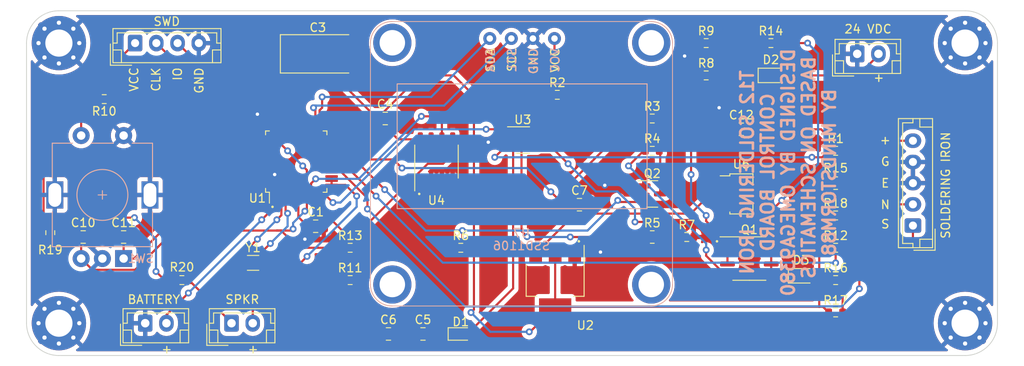
<source format=kicad_pcb>
(kicad_pcb (version 20211014) (generator pcbnew)
  (layers (0 "F.Cu" signal) (31 "B.Cu" signal) (34 "B.Paste" user) (35 "F.Paste" user) (36 "B.SilkS" user "B.Silkscreen") (37 "F.SilkS" user "F.Silkscreen") (38 "B.Mask" user) (39 "F.Mask" user) (44 "Edge.Cuts" user))
  (net 0 "")
  (net 1 "+3V3")
  (net 2 "Net-(BZ1-Pad2)")
  (net 3 "Net-(C1-Pad1)")
  (net 4 "GND")
  (net 5 "VIN_MON")
  (net 6 "ENCODER_B")
  (net 7 "ENCODER_A")
  (net 8 "+24V")
  (net 9 "Net-(C12-Pad2)")
  (net 10 "Net-(D1-Pad2)")
  (net 11 "Net-(D2-Pad1)")
  (net 12 "Net-(J2-Pad1)")
  (net 13 "Net-(J2-Pad2)")
  (net 14 "Net-(J4-Pad2)")
  (net 15 "SW_CLK")
  (net 16 "SWDIO")
  (net 17 "Net-(Q1-Pad4)")
  (net 18 "HEATER_ON")
  (net 19 "Net-(Q2-Pad3)")
  (net 20 "Net-(R2-Pad2)")
  (net 21 "TIP_TEMP")
  (net 22 "Net-(R5-Pad2)")
  (net 23 "ENCODER_SW")
  (net 24 "EE_SDA")
  (net 25 "NTC")
  (net 26 "Net-(R14-Pad2)")
  (net 27 "SHAKE")
  (net 29 "Net-(U1-Pad3)")
  (net 30 "Net-(U1-Pad4)")
  (net 33 "EE_SCL")
  (net 37 "OLED_SDA")
  (net 38 "OLED_SCL")
  (net 51 "Net-(U2-Pad3)")
  (footprint "Package_TO_SOT_SMD:SOT-23-5" (layer "F.Cu") (at 147.32 92.71)
    (fp_text reference "U3")
    (fp_text value "SGM8551")
  )
  (footprint "LED_SMD:LED_0603_1608Metric" (layer "F.Cu") (at 140.02 115.57)
    (fp_text reference "D1")
    (fp_text value "GRN")
  )
  (footprint "MountingHole:MountingHole_3.2mm_M3_Pad_Via" (layer "F.Cu") (at 199.39 114.3)
    (fp_text reference "H1")
    (fp_text value "MountingHole_Pad")
  )
  (footprint "Capacitor_SMD:C_0805_2012Metric" (layer "F.Cu") (at 173.04 91.44)
    (fp_text reference "C12")
    (fp_text value "0.1")
  )
  (footprint "Connector_JST:JST_EH_B5B-EH-A_1x05_P2.50mm_Vertical" (layer "F.Cu") (at 193.248 102.79 90)
    (fp_text reference "J2")
    (fp_text value "IRON_IN")
  )
  (footprint "Resistor_SMD:R_0603_1608Metric" (layer "F.Cu") (at 127 105.41)
    (fp_text reference "R13")
    (fp_text value "4.7K")
  )
  (footprint "Resistor_SMD:R_0805_2012Metric" (layer "F.Cu") (at 184.15 97.79 180)
    (fp_text reference "R15")
    (fp_text value "910K")
  )
  (footprint "Connector_JST:JST_EH_B2B-EH-A_1x02_P2.50mm_Vertical" (layer "F.Cu") (at 102.87 114.3)
    (fp_text reference "J4")
    (fp_text value "BATT")
  )
  (footprint "Resistor_SMD:R_0603_1608Metric" (layer "F.Cu") (at 184.15 113.03)
    (fp_text reference "R17")
    (fp_text value "4.7K")
  )
  (footprint "Connector_JST:JST_EH_B4B-EH-A_1x04_P2.50mm_Vertical" (layer "F.Cu") (at 101.68 81.28)
    (fp_text reference "JE")
    (fp_text value "SWD")
  )
  (footprint "Resistor_SMD:R_0603_1608Metric" (layer "F.Cu") (at 162.56 90.17)
    (fp_text reference "R3")
    (fp_text value "4.7K")
  )
  (footprint "Resistor_SMD:R_0603_1608Metric" (layer "F.Cu") (at 168.91 81.28)
    (fp_text reference "R9")
    (fp_text value "1K")
  )
  (footprint "Resistor_SMD:R_0603_1608Metric" (layer "F.Cu") (at 162.56 93.98)
    (fp_text reference "R4")
    (fp_text value "4.7K")
  )
  (footprint "Package_TO_SOT_SMD:SOT-23" (layer "F.Cu") (at 162.56 99.06)
    (fp_text reference "Q2")
    (fp_text value "S8050")
  )
  (footprint "Resistor_SMD:R_0603_1608Metric" (layer "F.Cu") (at 127 109.22)
    (fp_text reference "R11")
    (fp_text value "4.7K")
  )
  (footprint "Capacitor_SMD:C_0805_2012Metric" (layer "F.Cu") (at 131.13 90.17)
    (fp_text reference "C4")
    (fp_text value "0.1")
  )
  (footprint "Package_TO_SOT_SMD:SOT-89-3" (layer "F.Cu") (at 172.755 99.06)
    (fp_text reference "U6")
    (fp_text value "L78L08_SOT89")
  )
  (footprint "Resistor_SMD:R_0603_1608Metric" (layer "F.Cu") (at 140.02 105.41)
    (fp_text reference "R6")
    (fp_text value "4.7K")
  )
  (footprint "Crystal:Crystal_SMD_3215-2Pin_3.2x1.5mm" (layer "F.Cu") (at 115.57 107.188 180)
    (fp_text reference "Y1")
    (fp_text value "32.768MHz")
  )
  (footprint "Resistor_SMD:R_0603_1608Metric" (layer "F.Cu") (at 168.91 85.09)
    (fp_text reference "R8")
    (fp_text value "10K")
  )
  (footprint "Capacitor_SMD:C_0805_2012Metric" (layer "F.Cu") (at 100.33 104.14)
    (fp_text reference "C11")
    (fp_text value "0.001")
  )
  (footprint "Connector_JST:JST_EH_B2B-EH-A_1x02_P2.50mm_Vertical" (layer "F.Cu") (at 186.69 82.55)
    (fp_text reference "J1")
    (fp_text value "24 VDC")
  )
  (footprint "Package_SO:SOP-8_3.9x4.9mm_P1.27mm" (layer "F.Cu") (at 137.16 95.25 90)
    (fp_text reference "U4")
    (fp_text value "24LC08")
  )
  (footprint "Capacitor_SMD:C_0805_2012Metric" (layer "F.Cu") (at 135.57 115.57)
    (fp_text reference "C5")
    (fp_text value "0.1")
  )
  (footprint "Resistor_SMD:R_0603_1608Metric" (layer "F.Cu") (at 91.694 103.632 -90)
    (fp_text reference "R19")
    (fp_text value "4.7K")
  )
  (footprint "Resistor_SMD:R_0603_1608Metric" (layer "F.Cu") (at 151.384 87.376)
    (fp_text reference "R2")
    (fp_text value "6R8")
  )
  (footprint "Diode_SMD:D_SOD-323" (layer "F.Cu") (at 180.086 108.712)
    (fp_text reference "D3")
    (fp_text value "1N5819")
  )
  (footprint "Capacitor_SMD:C_0805_2012Metric" (layer "F.Cu") (at 153.99 100.33)
    (fp_text reference "C7")
    (fp_text value "0.1")
  )
  (footprint "Capacitor_SMD:C_0805_2012Metric" (layer "F.Cu") (at 122.936 102.87)
    (fp_text reference "C1")
    (fp_text value "0.1")
  )
  (footprint "Resistor_SMD:R_0603_1608Metric" (layer "F.Cu") (at 184.15 105.41)
    (fp_text reference "R12")
    (fp_text value "4.7K")
  )
  (footprint "Resistor_SMD:R_0603_1608Metric" (layer "F.Cu") (at 184.15 109.22)
    (fp_text reference "R16")
    (fp_text value "4.7K")
  )
  (footprint "Capacitor_Tantalum_SMD:CP_EIA-7343-31_Kemet-D" (layer "F.Cu") (at 123.19 82.55)
    (fp_text reference "C3")
    (fp_text value "100 16V")
  )
  (footprint "Package_TO_SOT_SMD:SOT-223-3_TabPin2" (layer "F.Cu") (at 151.13 109.22 -90)
    (fp_text reference "U2")
    (fp_text value "AMS1117-3.3")
  )
  (footprint "Resistor_SMD:R_0805_2012Metric" (layer "F.Cu") (at 162.56 104.14)
    (fp_text reference "R5")
    (fp_text value "249K")
  )
  (footprint "MountingHole:MountingHole_3.2mm_M3_Pad_Via" (layer "F.Cu") (at 92.71 81.28 180)
    (fp_text reference "H3")
    (fp_text value "MountingHole_Pad")
  )
  (footprint "MountingHole:MountingHole_3.2mm_M3_Pad_Via" (layer "F.Cu") (at 199.39 81.28 180)
    (fp_text reference "H4")
    (fp_text value "MountingHole_Pad")
  )
  (footprint "Package_SO:SO-8_3.9x4.9mm_P1.27mm" (layer "F.Cu") (at 173.99 106.68)
    (fp_text reference "Q1")
    (fp_text value "IRF7416")
  )
  (footprint "Resistor_SMD:R_0603_1608Metric" (layer "F.Cu") (at 107.188 109.22 180)
    (fp_text reference "R20")
    (fp_text value "4.7K")
  )
  (footprint "Resistor_SMD:R_0603_1608Metric" (layer "F.Cu") (at 176.53 81.28)
    (fp_text reference "R14")
    (fp_text value "6R8")
  )
  (footprint "Resistor_SMD:R_0603_1608Metric" (layer "F.Cu") (at 98.044 87.884 180)
    (fp_text reference "R10")
    (fp_text value "4.7K")
  )
  (footprint "MountingHole:MountingHole_3.2mm_M3_Pad_Via" (layer "F.Cu") (at 92.71 114.3)
    (fp_text reference "H2")
    (fp_text value "MountingHole_Pad")
  )
  (footprint "Diode_SMD:D_SOD-323" (layer "F.Cu") (at 176.53 85.09)
    (fp_text reference "D2")
    (fp_text value "1N4148WS")
  )
  (footprint "Connector_JST:JST_EH_B2B-EH-A_1x02_P2.50mm_Vertical" (layer "F.Cu") (at 113.03 114.3)
    (fp_text reference "BZ1")
    (fp_text value "Buzzer")
  )
  (footprint "Package_QFP:LQFP-48_7x7mm_P0.5mm" (layer "F.Cu") (at 120.65 95.25 90)
    (fp_text reference "U1")
    (fp_text value "STM32F103C8Tx")
  )
  (footprint "Resistor_SMD:R_0603_1608Metric" (layer "F.Cu") (at 166.624 104.14)
    (fp_text reference "R7")
    (fp_text value "1K")
  )
  (footprint "Capacitor_SMD:C_0805_2012Metric" (layer "F.Cu") (at 95.57 104.14)
    (fp_text reference "C10")
    (fp_text value "0.001")
  )
  (footprint "Resistor_SMD:R_0603_1608Metric" (layer "F.Cu") (at 184.15 93.98)
    (fp_text reference "R1")
    (fp_text value "4.7K")
  )
  (footprint "Capacitor_SMD:C_0805_2012Metric" (layer "F.Cu") (at 131.506 115.57)
    (fp_text reference "C6")
    (fp_text value "0.1")
  )
  (footprint "Resistor_SMD:R_0603_1608Metric" (layer "F.Cu") (at 184.15 101.6)
    (fp_text reference "R18")
    (fp_text value "4.7K")
  )
  (footprint "Rotary_Encoder:RotaryEncoder_Alps_EC11E-Switch_Vertical_H20mm" (layer "B.Cu") (at 100.33 106.68 90)
    (fp_text reference "SW1")
    (fp_text value "ENCODER")
  )
  (footprint "KSGER Controller Parts Library:SSD1106" (layer "B.Cu") (at 164.9415 78.74 180)
    (fp_text reference "U7")
    (fp_text value "SSD1106")
  )
  (gr_circle (center 153.924 104.648) (end 153.924 104.648) (layer "F.SilkS") (width 0.15) (fill none))
  (gr_circle (center 135.128 99.06) (end 135.128 99.06) (layer "F.SilkS") (width 0.15) (fill none))
  (gr_circle (center 117.856 100.584) (end 117.856 100.584) (layer "F.SilkS") (width 0.15) (fill none))
  (gr_circle (center 170.18 104.648) (end 170.18 104.648) (layer "F.SilkS") (width 0.15) (fill none))
  (gr_arc (start 203.2 114.3) (mid 202.084077 116.994077) (end 199.39 118.11) (layer "Edge.Cuts") (width 0.1))
  (gr_arc (start 92.71 118.11) (mid 90.015923 116.994077) (end 88.9 114.3) (layer "Edge.Cuts") (width 0.1))
  (gr_line (start 92.71 77.47) (end 199.39 77.47) (layer "Edge.Cuts") (width 0.1))
  (gr_line (start 199.39 118.11) (end 92.71 118.11) (layer "Edge.Cuts") (width 0.1))
  (gr_line (start 88.9 114.3) (end 88.9 81.28) (layer "Edge.Cuts") (width 0.1))
  (gr_line (start 203.2 81.28) (end 203.2 114.3) (layer "Edge.Cuts") (width 0.1))
  (gr_arc (start 199.39 77.47) (mid 202.084077 78.585923) (end 203.2 81.28) (layer "Edge.Cuts") (width 0.1))
  (gr_arc (start 88.9 81.28) (mid 90.015923 78.585923) (end 92.71 77.47) (layer "Edge.Cuts") (width 0.1))
  (gr_text "SDA" (at 143.51 81.788 90) (layer "B.SilkS") (effects (font (size 1 1)) (justify left mirror)))
  (gr_text "VCC" (at 151.13 81.788 90) (layer "B.SilkS") (effects (font (size 1 1)) (justify left mirror)))
  (gr_text "SCL" (at 146.05 81.788 90) (layer "B.SilkS") (effects (font (size 1 1)) (justify left mirror)))
  (gr_text "T12 SOLDERING IRON\nCONTROL BOARD\nDESIGNED BY OMEGA9380\nBASED ON SCHEMATICS \nBY MINDSTORM88" (at 178.562 96.52 90) (layer "B.SilkS") (effects (font (size 1.5 1.5) (thickness 0.3)) (justify mirror)))
  (gr_text "GND" (at 148.59 81.788 90) (layer "B.SilkS") (effects (font (size 1 1)) (justify left mirror)))
  (gr_text "+" (at 115.57 117.348) (layer "F.SilkS") (effects (font (size 1 1))))
  (gr_text "24 VDC" (at 187.96 79.629) (layer "F.SilkS") (effects (font (size 1 1))))
  (gr_text "SPKR" (at 114.3 111.506) (layer "F.SilkS") (effects (font (size 1 1))))
  (gr_text "GND" (at 109.22 84.074 90) (layer "F.SilkS") (effects (font (size 1 1)) (justify right)))
  (gr_text "+" (at 189.23 85.344) (layer "F.SilkS") (effects (font (size 1 1))))
  (gr_text "+" (at 105.41 117.348) (layer "F.SilkS") (effects (font (size 1 1))))
  (gr_text "VCC" (at 101.551511 84.046573 90) (layer "F.SilkS") (effects (font (size 1 1)) (justify right)))
  (gr_text "IO" (at 106.68 84.074 90) (layer "F.SilkS") (effects (font (size 1 1)) (justify right)))
  (gr_text "SDA" (at 143.51 81.788 90) (layer "F.SilkS") (effects (font (size 1 1)) (justify right)))
  (gr_text "SWD" (at 105.41 78.74) (layer "F.SilkS") (effects (font (size 1 1))))
  (gr_text "GND" (at 148.59 81.788 90) (layer "F.SilkS") (effects (font (size 1 1)) (justify right)))
  (gr_text "E" (at 189.992 97.79) (layer "F.SilkS") (effects (font (size 1 1))))
  (gr_text "SCL" (at 146.05 81.788 90) (layer "F.SilkS") (effects (font (size 1 1)) (justify right)))
  (gr_text "N" (at 189.992 100.33) (layer "F.SilkS") (effects (font (size 1 1))))
  (gr_text "CLK" (at 104.14 84.074 90) (layer "F.SilkS") (effects (font (size 1 1)) (justify right)))
  (gr_text "G" (at 189.992 95.25) (layer "F.SilkS") (effects (font (size 1 1))))
  (gr_text "VCC" (at 151.13 81.788 90) (layer "F.SilkS") (effects (font (size 1 1)) (justify right)))
  (gr_text "SOLDERING IRON" (at 197.104 98.044 90) (layer "F.SilkS") (effects (font (size 1 1))))
  (gr_text "BATTERY" (at 103.886 111.506) (layer "F.SilkS") (effects (font (size 1 1))))
  (gr_text "+" (at 189.992 92.71) (layer "F.SilkS") (effects (font (size 1 1))))
  (gr_text "S" (at 189.992 102.616) (layer "F.SilkS") (effects (font (size 1 1))))
  (segment (start 114.3 103.378) (end 112.268 101.346) (width 0.25) (layer "F.Cu") (net 1))
  (segment (start 96.583 87.059) (end 98.869 87.059) (width 0.25) (layer "F.Cu") (net 1))
  (segment (start 98.869 87.059) (end 98.869 84.091) (width 0.25) (layer "F.Cu") (net 1))
  (segment (start 90.905489 92.736511) (end 96.583 87.059) (width 0.25) (layer "F.Cu") (net 1))
  (segment (start 120.282013 103.194006) (end 120.098019 103.378) (width 0.25) (layer "F.Cu") (net 1))
  (segment (start 90.89448 103.60652) (end 90.89448 104.874263) (width 0.25) (layer "F.Cu") (net 1))
  (segment (start 121.9 96.246) (end 121.412 95.758) (width 0.25) (layer "F.Cu") (net 1))
  (segment (start 182.22 112.37) (end 182.665 112.37) (width 0.25) (layer "F.Cu") (net 1))
  (segment (start 106.997 110.236) (end 108.013 109.22) (width 0.25) (layer "F.Cu") (net 1))
  (segment (start 182.665 112.37) (end 183.325 113.03) (width 0.25) (layer "F.Cu") (net 1))
  (segment (start 135.26 85.09) (end 130.18 90.17) (width 0.25) (layer "F.Cu") (net 1))
  (segment (start 120.904 105.41) (end 118.872 103.378) (width 0.25) (layer "F.Cu") (net 1))
  (segment (start 120.098019 103.378) (end 118.364 103.378) (width 0.25) (layer "F.Cu") (net 1))
  (segment (start 142.3615 88.2705) (end 140.97 89.662) (width 0.25) (layer "F.Cu") (net 1))
  (segment (start 135.26 85.09) (end 139.181 85.09) (width 0.25) (layer "F.Cu") (net 1))
  (segment (start 112.268 101.346) (end 108.013 105.601) (width 0.25) (layer "F.Cu") (net 1))
  (segment (start 151.13 112.37) (end 151.13 106.07) (width 0.25) (layer "F.Cu") (net 1))
  (segment (start 148.4575 88.2705) (end 149.352 87.376) (width 0.25) (layer "F.Cu") (net 1))
  (segment (start 130.18 90.17) (end 127.85 92.5) (width 0.25) (layer "F.Cu") (net 1))
  (segment (start 117.9 91.890006) (end 118.509994 92.5) (width 0.25) (layer "F.Cu") (net 1))
  (segment (start 185.0625 97.79) (end 185.0625 99.8625) (width 0.25) (layer "F.Cu") (net 1))
  (segment (start 126.175 111.189) (end 130.556 115.57) (width 0.25) (layer "F.Cu") (net 1))
  (segment (start 141.56952 112.693491) (end 141.224 113.039011) (width 0.25) (layer "F.Cu") (net 1))
  (segment (start 135.255 92.625) (end 132.635 92.625) (width 0.25) (layer "F.Cu") (net 1))
  (segment (start 127.85 92.5) (end 124.8125 92.5) (width 0.25) (layer "F.Cu") (net 1))
  (segment (start 132.635 92.625) (end 130.18 90.17) (width 0.25) (layer "F.Cu") (net 1))
  (segment (start 113.03 114.3) (end 113.03 114.237) (width 0.25) (layer "F.Cu") (net 1))
  (segment (start 185.0625 99.8625) (end 183.325 101.6) (width 0.25) (layer "F.Cu") (net 1))
  (segment (start 185.0625 97.79) (end 184.975 97.7025) (width 0.25) (layer "F.Cu") (net 1))
  (segment (start 91.694 102.807) (end 90.89448 103.60652) (width 0.25) (layer "F.Cu") (net 1))
  (segment (start 141.56952 90.26152) (end 141.56952 112.693491) (width 0.25) (layer "F.Cu") (net 1))
  (segment (start 90.89448 104.874263) (end 96.256217 110.236) (width 0.25) (layer "F.Cu") (net 1))
  (segment (start 151.13 112.37) (end 182.22 112.37) (width 0.25) (layer "F.Cu") (net 1))
  (segment (start 116.4875 98) (end 115.614 98) (width 0.25) (layer "F.Cu") (net 1))
  (segment (start 91.694 102.807) (end 90.905489 102.018489) (width 0.25) (layer "F.Cu") (net 1))
  (segment (start 148.4575 88.2705) (end 142.3615 88.2705) (width 0.25) (layer "F.Cu") (net 1))
  (segment (start 119.634 93.98) (end 118.509994 92.855994) (width 0.25) (layer "F.Cu") (net 1))
  (segment (start 90.905489 102.018489) (end 90.905489 92.736511) (width 0.25) (layer "F.Cu") (net 1))
  (segment (start 148.4575 91.76) (end 148.4575 88.2705) (width 0.25) (layer "F.Cu") (net 1))
  (segment (start 118.364 103.378) (end 114.3 103.378) (width 0.25) (layer "F.Cu") (net 1))
  (segment (start 96.256217 110.236) (end 106.997 110.236) (width 0.25) (layer "F.Cu") (net 1))
  (segment (start 118.509994 92.855994) (end 118.509994 92.5) (width 0.25) (layer "F.Cu") (net 1))
  (segment (start 117.9 91.0875) (end 117.9 91.890006) (width 0.25) (layer "F.Cu") (net 1))
  (segment (start 118.872 103.378) (end 118.364 103.378) (width 0.25) (layer "F.Cu") (net 1))
  (segment (start 183.2375 101.5125) (end 183.325 101.6) (width 0.25) (layer "F.Cu") (net 1))
  (segment (start 108.013 105.601) (end 108.013 109.22) (width 0.25) (layer "F.Cu") (net 1))
  (segment (start 98.869 87.884) (end 98.869 87.059) (width 0.25) (layer "F.Cu") (net 1))
  (segment (start 126.175 109.22) (end 126.175 105.41) (width 0.25) (layer "F.Cu") (net 1))
  (segment (start 148.184 115.316) (end 151.13 112.37) (width 0.25) (layer "F.Cu") (net 1))
  (segment (start 149.352 87.376) (end 150.559 87.376) (width 0.25) (layer "F.Cu") (net 1))
  (segment (start 115.614 98) (end 112.268 101.346) (width 0.25) (layer "F.Cu") (net 1))
  (segment (start 131.60552 116.61952) (end 133.57048 116.61952) (width 0.25) (layer "F.Cu") (net 1))
  (segment (start 120.0775 82.55) (end 122.56 82.55) (width 0.25) (layer "F.Cu") (net 1))
  (segment (start 182.22 102.705) (end 182.22 112.37) (width 0.25) (layer "F.Cu") (net 1))
  (segment (start 121.9 100.858) (end 121.666 101.092) (width 0.25) (layer "F.Cu") (net 1))
  (segment (start 139.181 85.09) (end 142.3615 88.2705) (width 0.25) (layer "F.Cu") (net 1))
  (segment (start 122.56 82.55) (end 130.18 90.17) (width 0.25) (layer "F.Cu") (net 1))
  (segment (start 126.175 109.22) (end 126.175 111.189) (width 0.25) (layer "F.Cu") (net 1))
  (segment (start 148.082 115.316) (end 148.184 115.316) (width 0.25) (layer "F.Cu") (net 1))
  (segment (start 133.57048 116.61952) (end 134.62 115.57) (width 0.25) (layer "F.Cu") (net 1))
  (segment (start 126.175 105.41) (end 120.904 105.41) (width 0.25) (layer "F.Cu") (net 1))
  (segment (start 140.97 89.662) (end 141.56952 90.26152) (width 0.25) (layer "F.Cu") (net 1))
  (segment (start 98.869 84.091) (end 101.68 81.28) (width 0.25) (layer "F.Cu") (net 1))
  (segment (start 130.556 115.57) (end 131.60552 116.61952) (width 0.25) (layer "F.Cu") (net 1))
  (segment (start 121.9 99.4125) (end 121.9 100.858) (width 0.25) (layer "F.Cu") (net 1))
  (segment (start 113.03 114.237) (end 108.013 109.22) (width 0.25) (layer "F.Cu") (net 1))
  (segment (start 183.325 101.6) (end 182.22 102.705) (width 0.25) (layer "F.Cu") (net 1))
  (segment (start 118.509994 92.5) (end 124.8125 92.5) (width 0.25) (layer "F.Cu") (net 1))
  (segment (start 121.9 99.4125) (end 121.9 96.246) (width 0.25) (layer "F.Cu") (net 1))
  (via (at 121.666 101.092) (size 0.8) (drill 0.4) (layers "F.Cu" "B.Cu") (net 1))
  (via (at 120.282013 103.194006) (size 0.8) (drill 0.4) (layers "F.Cu" "B.Cu") (net 1))
  (via (at 121.412 95.758) (size 0.8) (drill 0.4) (layers "F.Cu" "B.Cu") (net 1))
  (via (at 148.082 115.316) (size 0.8) (drill 0.4) (layers "F.Cu" "B.Cu") (net 1))
  (via (at 141.224 113.039011) (size 0.8) (drill 0.4) (layers "F.Cu" "B.Cu") (net 1))
  (via (at 119.634 93.98) (size 0.8) (drill 0.4) (layers "F.Cu" "B.Cu") (net 1))
  (segment (start 121.666 101.092) (end 120.282013 102.475987) (width 0.25) (layer "B.Cu") (net 1))
  (segment (start 121.412 95.758) (end 119.634 93.98) (width 0.25) (layer "B.Cu") (net 1))
  (segment (start 141.224 113.039011) (end 143.500989 115.316) (width 0.25) (layer "B.Cu") (net 1))
  (segment (start 120.282013 102.475987) (end 120.282013 103.194006) (width 0.25) (layer "B.Cu") (net 1))
  (segment (start 143.500989 115.316) (end 148.082 115.316) (width 0.25) (layer "B.Cu") (net 1))
  (segment (start 115.53 112.816) (end 121.92 106.426) (width 0.25) (layer "F.Cu") (net 2))
  (segment (start 124.8125 97) (end 124.8125 98) (width 0.25) (layer "F.Cu") (net 2))
  (segment (start 127.762 99.314) (end 126.448 98) (width 0.25) (layer "F.Cu") (net 2))
  (segment (start 126.448 98) (end 124.8125 98) (width 0.25) (layer "F.Cu") (net 2))
  (segment (start 115.53 114.3) (end 115.53 112.816) (width 0.25) (layer "F.Cu") (net 2))
  (via (at 121.92 106.426) (size 0.8) (drill 0.4) (layers "F.Cu" "B.Cu") (net 2))
  (via (at 127.762 99.314) (size 0.8) (drill 0.4) (layers "F.Cu" "B.Cu") (net 2))
  (segment (start 121.92 106.426) (end 127.762 100.584) (width 0.25) (layer "B.Cu") (net 2))
  (segment (start 127.762 100.584) (end 127.762 99.314) (width 0.25) (layer "B.Cu") (net 2))
  (segment (start 121.986 102.87) (end 120.9 101.784) (width 0.25) (layer "F.Cu") (net 3))
  (segment (start 120.9 101.784) (end 120.9 99.4125) (width 0.25) (layer "F.Cu") (net 3))
  (segment (start 121.4 99.4125) (end 121.4 98.609994) (width 0.25) (layer "F.Cu") (net 4))
  (segment (start 121.4 98.609994) (end 119.564006 96.774) (width 0.25) (layer "F.Cu") (net 4))
  (segment (start 124.8125 93) (end 121.884 93) (width 0.25) (layer "F.Cu") (net 4))
  (segment (start 119.564006 96.774) (end 118.11 96.774) (width 0.25) (layer "F.Cu") (net 4))
  (segment (start 117.336 96) (end 118.11 96.774) (width 0.25) (layer "F.Cu") (net 4))
  (segment (start 117.384 97.5) (end 118.11 96.774) (width 0.25) (layer "F.Cu") (net 4))
  (segment (start 118.4 90.284994) (end 117.777006 89.662) (width 0.25) (layer "F.Cu") (net 4))
  (segment (start 118.4 91.0875) (end 118.4 90.284994) (width 0.25) (layer "F.Cu") (net 4))
  (segment (start 117.777006 89.662) (end 116.078 89.662) (width 0.25) (layer "F.Cu") (net 4))
  (segment (start 116.4875 97.5) (end 117.384 97.5) (width 0.25) (layer "F.Cu") (net 4))
  (segment (start 121.884 93) (end 118.11 96.774) (width 0.25) (layer "F.Cu") (net 4))
  (segment (start 116.4875 96) (end 117.336 96) (width 0.25) (layer "F.Cu") (net 4))
  (via (at 166.37 82.804) (size 0.8) (drill 0.4) (layers "F.Cu" "B.Cu") (net 4))
  (via (at 156.464 105.918) (size 0.8) (drill 0.4) (layers "F.Cu" "B.Cu") (net 4))
  (via (at 118.11 96.774) (size 0.8) (drill 0.4) (layers "F.Cu" "B.Cu") (net 4))
  (via (at 121.666 104.394) (size 0.8) (drill 0.4) (layers "F.Cu" "B.Cu") (net 4))
  (via (at 170.434 88.9) (size 0.8) (drill 0.4) (layers "F.Cu" "B.Cu") (net 4))
  (via (at 116.078 89.662) (size 0.8) (drill 0.4) (layers "F.Cu" "B.Cu") (net 4))
  (via (at 143.256 92.964) (size 0.8) (drill 0.4) (layers "F.Cu" "B.Cu") (net 4))
  (via (at 156.972 98.044) (size 0.8) (drill 0.4) (layers "F.Cu" "B.Cu") (net 4))
  (segment (start 150.622 98.806) (end 152.146 100.33) (width 0.25) (layer "F.Cu") (net 5))
  (segment (start 152.146 100.33) (end 153.04 100.33) (width 0.25) (layer "F.Cu") (net 5))
  (segment (start 169.735 83.44) (end 168.085 85.09) (width 0.25) (layer "F.Cu") (net 5))
  (segment (start 165.598217 85.09) (end 168.085 85.09) (width 0.25) (layer "F.Cu") (net 5))
  (segment (start 132.084 95) (end 133.096 96.012) (width 0.25) (layer "F.Cu") (net 5))
  (segment (start 169.735 81.28) (end 169.735 83.44) (width 0.25) (layer "F.Cu") (net 5))
  (segment (start 153.04 97.648217) (end 165.598217 85.09) (width 0.25) (layer "F.Cu") (net 5))
  (segment (start 124.8125 95) (end 132.084 95) (width 0.25) (layer "F.Cu") (net 5))
  (segment (start 153.04 100.33) (end 153.04 97.648217) (width 0.25) (layer "F.Cu") (net 5))
  (via (at 150.622 98.806) (size 0.8) (drill 0.4) (layers "F.Cu" "B.Cu") (net 5))
  (via (at 133.096 96.012) (size 0.8) (drill 0.4) (layers "F.Cu" "B.Cu") (net 5))
  (segment (start 133.096 96.012) (end 147.828 96.012) (width 0.25) (layer "B.Cu") (net 5))
  (segment (start 147.828 96.012) (end 150.622 98.806) (width 0.25) (layer "B.Cu") (net 5))
  (segment (start 115.684994 94) (end 101.680483 108.004511) (width 0.25) (layer "F.Cu") (net 6))
  (segment (start 101.680483 108.004511) (end 96.654511 108.004511) (width 0.25) (layer "F.Cu") (net 6))
  (segment (start 96.654511 108.004511) (end 95.33 106.68) (width 0.25) (layer "F.Cu") (net 6))
  (segment (start 95.33 104.85) (end 95.33 106.68) (width 0.25) (layer "F.Cu") (net 6))
  (segment (start 116.4875 94) (end 115.684994 94) (width 0.25) (layer "F.Cu") (net 6))
  (segment (start 94.303 104.457) (end 94.62 104.14) (width 0.25) (layer "F.Cu") (net 6))
  (segment (start 94.62 104.14) (end 95.33 104.85) (width 0.25) (layer "F.Cu") (net 6))
  (segment (start 91.694 104.457) (end 94.303 104.457) (width 0.25) (layer "F.Cu") (net 6))
  (segment (start 100.076 101.854) (end 99.314 102.616) (width 0.25) (layer "F.Cu") (net 7))
  (segment (start 99.314 102.616) (end 99.314 104.074) (width 0.25) (layer "F.Cu") (net 7))
  (segment (start 101.6 101.854) (end 100.076 101.854) (width 0.25) (layer "F.Cu") (net 7))
  (segment (start 101.58 106.68) (end 100.33 106.68) (width 0.25) (layer "F.Cu") (net 7))
  (segment (start 99.314 104.074) (end 99.38 104.14) (width 0.25) (layer "F.Cu") (net 7))
  (segment (start 100.33 105.09) (end 100.33 106.68) (width 0.25) (layer "F.Cu") (net 7))
  (segment (start 114.76 93.5) (end 101.58 106.68) (width 0.25) (layer "F.Cu") (net 7))
  (segment (start 99.38 104.14) (end 100.33 105.09) (width 0.25) (layer "F.Cu") (net 7))
  (segment (start 105.156 109.22) (end 104.14 108.204) (width 0.25) (layer "F.Cu") (net 7))
  (segment (start 106.363 109.22) (end 105.156 109.22) (width 0.25) (layer "F.Cu") (net 7))
  (segment (start 116.4875 93.5) (end 114.76 93.5) (width 0.25) (layer "F.Cu") (net 7))
  (via (at 101.6 101.854) (size 0.8) (drill 0.4) (layers "F.Cu" "B.Cu") (net 7))
  (via (at 104.14 108.204) (size 0.8) (drill 0.4) (layers "F.Cu" "B.Cu") (net 7))
  (segment (start 104.14 104.394) (end 101.6 101.854) (width 0.25) (layer "B.Cu") (net 7))
  (segment (start 104.14 108.204) (end 104.14 104.394) (width 0.25) (layer "B.Cu") (net 7))
  (segment (start 172.09 87.445) (end 175.225 87.445) (width 0.25) (layer "F.Cu") (net 8))
  (segment (start 172.09 87.445) (end 172.09 91.44) (width 0.25) (layer "F.Cu") (net 8))
  (segment (start 168.656 91.44) (end 172.09 91.44) (width 0.25) (layer "F.Cu") (net 8))
  (segment (start 167.132 92.964) (end 168.656 91.44) (width 0.25) (layer "F.Cu") (net 8))
  (segment (start 171.415 104.775) (end 168.91 102.27) (width 0.25) (layer "F.Cu") (net 8))
  (segment (start 189.19 82.55) (end 189.19 82.7) (width 0.25) (layer "F.Cu") (net 8))
  (segment (start 161.735 90.17) (end 164.46 87.445) (width 0.25) (layer "F.Cu") (net 8))
  (segment (start 171.415 107.315) (end 171.415 104.775) (width 0.25) (layer "F.Cu") (net 8))
  (segment (start 167.132 96.774) (end 167.132 92.964) (width 0.25) (layer "F.Cu") (net 8))
  (segment (start 175.225 87.445) (end 177.58 85.09) (width 0.25) (layer "F.Cu") (net 8))
  (segment (start 168.91 102.27) (end 168.91 101.6) (width 0.25) (layer "F.Cu") (net 8))
  (segment (start 189.19 82.7) (end 186.8 85.09) (width 0.25) (layer "F.Cu") (net 8))
  (segment (start 169.735 85.09) (end 172.09 87.445) (width 0.25) (layer "F.Cu") (net 8))
  (segment (start 186.8 85.09) (end 177.58 85.09) (width 0.25) (layer "F.Cu") (net 8))
  (segment (start 164.46 87.445) (end 172.09 87.445) (width 0.25) (layer "F.Cu") (net 8))
  (via (at 167.132 96.774) (size 0.8) (drill 0.4) (layers "F.Cu" "B.Cu") (net 8))
  (via (at 168.91 101.6) (size 0.8) (drill 0.4) (layers "F.Cu" "B.Cu") (net 8))
  (segment (start 167.132 99.822) (end 167.132 96.774) (width 0.25) (layer "B.Cu") (net 8))
  (segment (start 168.91 101.6) (end 167.132 99.822) (width 0.25) (layer "B.Cu") (net 8))
  (segment (start 176.565 108.585) (end 176.692 108.712) (width 0.25) (layer "F.Cu") (net 9))
  (segment (start 176.565 104.4625) (end 183.2375 97.79) (width 0.25) (layer "F.Cu") (net 9))
  (segment (start 186.165 92.79) (end 193.248 92.79) (width 0.25) (layer "F.Cu") (net 9))
  (segment (start 176.565 104.775) (end 176.565 104.4625) (width 0.25) (layer "F.Cu") (net 9))
  (segment (start 173.99 91.44) (end 182.435 91.44) (width 0.25) (layer "F.Cu") (net 9))
  (segment (start 183.2375 95.7175) (end 184.975 93.98) (width 0.25) (layer "F.Cu") (net 9))
  (segment (start 176.692 108.712) (end 179.036 108.712) (width 0.25) (layer "F.Cu") (net 9))
  (segment (start 183.2375 97.79) (end 183.2375 95.7175) (width 0.25) (layer "F.Cu") (net 9))
  (segment (start 182.435 91.44) (end 184.975 93.98) (width 0.25) (layer "F.Cu") (net 9))
  (segment (start 176.565 108.585) (end 176.565 104.775) (width 0.25) (layer "F.Cu") (net 9))
  (segment (start 186.165 92.79) (end 184.975 93.98) (width 0.25) (layer "F.Cu") (net 9))
  (segment (start 146.1825 93.66) (end 145.1 93.66) (width 0.25) (layer "F.Cu") (net 10))
  (segment (start 146.1825 110.195) (end 146.1825 93.66) (width 0.25) (layer "F.Cu") (net 10))
  (segment (start 181.356 94.742) (end 182.563 94.742) (width 0.25) (layer "F.Cu") (net 10))
  (segment (start 182.563 94.742) (end 183.325 93.98) (width 0.25) (layer "F.Cu") (net 10))
  (segment (start 145.1 93.66) (end 144.018 94.742) (width 0.25) (layer "F.Cu") (net 10))
  (segment (start 140.8075 115.57) (end 146.1825 110.195) (width 0.25) (layer "F.Cu") (net 10))
  (via (at 181.356 94.742) (size 0.8) (drill 0.4) (layers "F.Cu" "B.Cu") (net 10))
  (via (at 144.018 94.742) (size 0.8) (drill 0.4) (layers "F.Cu" "B.Cu") (net 10))
  (segment (start 144.018 94.742) (end 181.356 94.742) (width 0.25) (layer "B.Cu") (net 10))
  (segment (start 175.48 81.505) (end 175.48 85.09) (width 0.25) (layer "F.Cu") (net 11))
  (segment (start 175.705 81.28) (end 175.48 81.505) (width 0.25) (layer "F.Cu") (net 11))
  (segment (start 183.325 109.22) (end 184.975 110.87) (width 0.25) (layer "F.Cu") (net 12))
  (segment (start 188.85 113.03) (end 193.248 108.632) (width 0.25) (layer "F.Cu") (net 12))
  (segment (start 193.248 108.632) (end 193.248 102.79) (width 0.25) (layer "F.Cu") (net 12))
  (segment (start 184.975 110.87) (end 184.975 113.03) (width 0.25) (layer "F.Cu") (net 12))
  (segment (start 188.85 113.03) (end 184.975 113.03) (width 0.25) (layer "F.Cu") (net 12))
  (segment (start 186.285 100.29) (end 193.248 100.29) (width 0.25) (layer "F.Cu") (net 13))
  (segment (start 183.325 103.25) (end 184.975 101.6) (width 0.25) (layer "F.Cu") (net 13))
  (segment (start 184.975 101.6) (end 186.285 100.29) (width 0.25) (layer "F.Cu") (net 13))
  (segment (start 183.325 105.41) (end 183.325 103.25) (width 0.25) (layer "F.Cu") (net 13))
  (segment (start 105.37 113.324) (end 107.95 110.744) (width 0.25) (layer "F.Cu") (net 14))
  (segment (start 105.37 114.3) (end 105.37 113.324) (width 0.25) (layer "F.Cu") (net 14))
  (segment (start 116.586 102.108) (end 117.9 100.794) (width 0.25) (layer "F.Cu") (net 14))
  (segment (start 117.9 100.794) (end 117.9 99.4125) (width 0.25) (layer "F.Cu") (net 14))
  (via (at 116.586 102.108) (size 0.8) (drill 0.4) (layers "F.Cu" "B.Cu") (net 14))
  (via (at 107.95 110.744) (size 0.8) (drill 0.4) (layers "F.Cu" "B.Cu") (net 14))
  (segment (start 107.95 110.744) (end 116.586 102.108) (width 0.25) (layer "B.Cu") (net 14))
  (segment (start 104.18 81.28) (end 115.4 92.5) (width 0.25) (layer "F.Cu") (net 15))
  (segment (start 115.4 92.5) (end 116.4875 92.5) (width 0.25) (layer "F.Cu") (net 15))
  (segment (start 116.634724 87.884) (end 118.9 90.149276) (width 0.25) (layer "F.Cu") (net 16))
  (segment (start 118.9 90.149276) (end 118.9 91.0875) (width 0.25) (layer "F.Cu") (net 16))
  (segment (start 113.284 87.884) (end 116.634724 87.884) (width 0.25) (layer "F.Cu") (net 16))
  (segment (start 106.68 81.28) (end 113.284 87.884) (width 0.25) (layer "F.Cu") (net 16))
  (segment (start 161.735 91.82) (end 163.385 90.17) (width 0.25) (layer "F.Cu") (net 17))
  (segment (start 168.91 106.356072) (end 171.138928 108.585) (width 0.25) (layer "F.Cu") (net 17))
  (segment (start 161.735 93.98) (end 161.544 93.98) (width 0.25) (layer "F.Cu") (net 17))
  (segment (start 171.138928 108.585) (end 171.415 108.585) (width 0.25) (layer "F.Cu") (net 17))
  (segment (start 161.735 93.98) (end 161.735 91.82) (width 0.25) (layer "F.Cu") (net 17))
  (segment (start 161.544 93.98) (end 159.766 95.758) (width 0.25) (layer "F.Cu") (net 17))
  (segment (start 168.91 105.664) (end 168.91 106.356072) (width 0.25) (layer "F.Cu") (net 17))
  (via (at 159.766 95.758) (size 0.8) (drill 0.4) (layers "F.Cu" "B.Cu") (net 17))
  (via (at 168.91 105.664) (size 0.8) (drill 0.4) (layers "F.Cu" "B.Cu") (net 17))
  (segment (start 159.766 95.758) (end 168.91 104.902) (width 0.25) (layer "B.Cu") (net 17))
  (segment (start 168.91 104.902) (end 168.91 105.664) (width 0.25) (layer "B.Cu") (net 17))
  (segment (start 140.208 103.378) (end 140.208 104.397) (width 0.25) (layer "F.Cu") (net 18))
  (segment (start 140.208 104.397) (end 139.195 105.41) (width 0.25) (layer "F.Cu") (net 18))
  (segment (start 124.8125 95.5) (end 128.012 95.5) (width 0.25) (layer "F.Cu") (net 18))
  (segment (start 128.012 95.5) (end 131.064 98.552) (width 0.25) (layer "F.Cu") (net 18))
  (segment (start 161.6225 100.01) (end 158.684 100.01) (width 0.25) (layer "F.Cu") (net 18))
  (segment (start 158.684 100.01) (end 158.496 99.822) (width 0.25) (layer "F.Cu") (net 18))
  (via (at 158.496 99.822) (size 0.8) (drill 0.4) (layers "F.Cu" "B.Cu") (net 18))
  (via (at 131.064 98.552) (size 0.8) (drill 0.4) (layers "F.Cu" "B.Cu") (net 18))
  (via (at 140.208 103.378) (size 0.8) (drill 0.4) (layers "F.Cu" "B.Cu") (net 18))
  (segment (start 154.94 103.378) (end 140.208 103.378) (width 0.25) (layer "B.Cu") (net 18))
  (segment (start 158.496 99.822) (end 154.94 103.378) (width 0.25) (layer "B.Cu") (net 18))
  (segment (start 135.89 103.378) (end 140.208 103.378) (width 0.25) (layer "B.Cu") (net 18))
  (segment (start 131.064 98.552) (end 135.89 103.378) (width 0.25) (layer "B.Cu") (net 18))
  (segment (start 163.4975 99.06) (end 163.4975 94.0925) (width 0.25) (layer "F.Cu") (net 19))
  (segment (start 163.4975 94.0925) (end 163.385 93.98) (width 0.25) (layer "F.Cu") (net 19))
  (segment (start 151.0515 84.7235) (end 152.209 85.881) (width 0.25) (layer "F.Cu") (net 20))
  (segment (start 152.209 85.881) (end 152.209 87.376) (width 0.25) (layer "F.Cu") (net 20))
  (segment (start 151.0515 80.74) (end 151.0515 84.7235) (width 0.25) (layer "F.Cu") (net 20))
  (segment (start 147.828 104.1025) (end 147.16952 103.44402) (width 0.25) (layer "F.Cu") (net 21))
  (segment (start 146.566072 91.76) (end 146.1825 91.76) (width 0.25) (layer "F.Cu") (net 21))
  (segment (start 123.4 99.4125) (end 124.3045 99.4125) (width 0.25) (layer "F.Cu") (net 21))
  (segment (start 143.002 91.44) (end 145.8625 91.44) (width 0.25) (layer "F.Cu") (net 21))
  (segment (start 145.8625 91.44) (end 146.1825 91.76) (width 0.25) (layer "F.Cu") (net 21))
  (segment (start 124.3045 99.4125) (end 124.968 100.076) (width 0.25) (layer "F.Cu") (net 21))
  (segment (start 147.16952 92.363448) (end 146.566072 91.76) (width 0.25) (layer "F.Cu") (net 21))
  (segment (start 147.16952 103.44402) (end 147.16952 92.363448) (width 0.25) (layer "F.Cu") (net 21))
  (segment (start 161.6475 104.14) (end 152.908 104.14) (width 0.25) (layer "F.Cu") (net 21))
  (via (at 147.828 104.1025) (size 0.8) (drill 0.4) (layers "F.Cu" "B.Cu") (net 21))
  (via (at 124.968 100.076) (size 0.8) (drill 0.4) (layers "F.Cu" "B.Cu") (net 21))
  (via (at 152.908 104.14) (size 0.8) (drill 0.4) (layers "F.Cu" "B.Cu") (net 21))
  (via (at 143.002 91.44) (size 0.8) (drill 0.4) (layers "F.Cu" "B.Cu") (net 21))
  (segment (start 124.968 100.076) (end 125.857717 100.076) (width 0.25) (layer "B.Cu") (net 21))
  (segment (start 134.493717 91.44) (end 143.002 91.44) (width 0.25) (layer "B.Cu") (net 21))
  (segment (start 125.857717 100.076) (end 134.493717 91.44) (width 0.25) (layer "B.Cu") (net 21))
  (segment (start 147.8655 104.14) (end 147.828 104.1025) (width 0.25) (layer "B.Cu") (net 21))
  (segment (start 152.908 104.14) (end 147.8655 104.14) (width 0.25) (layer "B.Cu") (net 21))
  (segment (start 148.4575 93.66) (end 150.81 93.66) (width 0.25) (layer "F.Cu") (net 22))
  (segment (start 163.4725 104.14) (end 165.799 104.14) (width 0.25) (layer "F.Cu") (net 22))
  (segment (start 150.81 93.66) (end 152.654 95.504) (width 0.25) (layer "F.Cu") (net 22))
  (segment (start 160.528 102.362) (end 161.6945 102.362) (width 0.25) (layer "F.Cu") (net 22))
  (segment (start 161.6945 102.362) (end 163.4725 104.14) (width 0.25) (layer "F.Cu") (net 22))
  (via (at 152.654 95.504) (size 0.8) (drill 0.4) (layers "F.Cu" "B.Cu") (net 22))
  (via (at 160.528 102.362) (size 0.8) (drill 0.4) (layers "F.Cu" "B.Cu") (net 22))
  (segment (start 158.467125 98.768511) (end 160.528 100.829386) (width 0.25) (layer "B.Cu") (net 22))
  (segment (start 152.654 95.504) (end 155.918511 98.768511) (width 0.25) (layer "B.Cu") (net 22))
  (segment (start 160.528 100.829386) (end 160.528 102.362) (width 0.25) (layer "B.Cu") (net 22))
  (segment (start 155.918511 98.768511) (end 158.467125 98.768511) (width 0.25) (layer "B.Cu") (net 22))
  (segment (start 97.219 87.884) (end 95.33 89.773) (width 0.25) (layer "F.Cu") (net 23))
  (segment (start 112.829022 93) (end 108.512542 88.68352) (width 0.25) (layer "F.Cu") (net 23))
  (segment (start 116.4875 93) (end 112.829022 93) (width 0.25) (layer "F.Cu") (net 23))
  (segment (start 95.33 89.773) (end 95.33 92.18) (width 0.25) (layer "F.Cu") (net 23))
  (segment (start 98.01852 88.68352) (end 97.219 87.884) (width 0.25) (layer "F.Cu") (net 23))
  (segment (start 108.512542 88.68352) (end 98.01852 88.68352) (width 0.25) (layer "F.Cu") (net 23))
  (segment (start 122.9 100.215006) (end 127.825 105.140006) (width 0.25) (layer "F.Cu") (net 24))
  (segment (start 122.9 99.4125) (end 122.9 100.215006) (width 0.25) (layer "F.Cu") (net 24))
  (segment (start 127.825 109.22) (end 127.825 105.41) (width 0.25) (layer "F.Cu") (net 24))
  (segment (start 137.922 95.504) (end 139.065 94.361) (width 0.25) (layer "F.Cu") (net 24))
  (segment (start 127.825 105.140006) (end 127.825 105.41) (width 0.25) (layer "F.Cu") (net 24))
  (segment (start 127.825 105.41) (end 127.825 103.808928) (width 0.25) (layer "F.Cu") (net 24))
  (segment (start 139.065 94.361) (end 139.065 92.625) (width 0.25) (layer "F.Cu") (net 24))
  (segment (start 136.129928 95.504) (end 137.922 95.504) (width 0.25) (layer "F.Cu") (net 24))
  (segment (start 127.825 103.808928) (end 136.129928 95.504) (width 0.25) (layer "F.Cu") (net 24))
  (segment (start 124.8125 96) (end 126.734 96) (width 0.25) (layer "F.Cu") (net 25))
  (segment (start 184.15 107.188) (end 184.15 106.235) (width 0.25) (layer "F.Cu") (net 25))
  (segment (start 126.734 96) (end 130.048 99.314) (width 0.25) (layer "F.Cu") (net 25))
  (segment (start 184.15 106.235) (end 184.975 105.41) (width 0.25) (layer "F.Cu") (net 25))
  (via (at 184.15 107.188) (size 0.8) (drill 0.4) (layers "F.Cu" "B.Cu") (net 25))
  (via (at 130.048 99.314) (size 0.8) (drill 0.4) (layers "F.Cu" "B.Cu") (net 25))
  (segment (start 137.899489 107.165489) (end 184.127489 107.165489) (width 0.25) (layer "B.Cu") (net 25))
  (segment (start 184.127489 107.165489) (end 184.15 107.188) (width 0.25) (layer "B.Cu") (net 25))
  (segment (start 130.048 99.314) (end 137.899489 107.165489) (width 0.25) (layer "B.Cu") (net 25))
  (segment (start 171.704 102.616) (end 175.006 102.616) (width 0.25) (layer "F.Cu") (net 26))
  (segment (start 171.105 102.017) (end 171.704 102.616) (width 0.25) (layer "F.Cu") (net 26))
  (segment (start 175.006 102.616) (end 177.8 99.822) (width 0.25) (layer "F.Cu") (net 26))
  (segment (start 180.848 81.28) (end 177.355 81.28) (width 0.25) (layer "F.Cu") (net 26))
  (segment (start 171.105 100.56) (end 171.105 102.017) (width 0.25) (layer "F.Cu") (net 26))
  (via (at 180.848 81.28) (size 0.8) (drill 0.4) (layers "F.Cu" "B.Cu") (net 26))
  (via (at 177.8 99.822) (size 0.8) (drill 0.4) (layers "F.Cu" "B.Cu") (net 26))
  (segment (start 182.080511 82.512511) (end 180.848 81.28) (width 0.25) (layer "B.Cu") (net 26))
  (segment (start 177.8 99.822) (end 182.080511 95.541489) (width 0.25) (layer "B.Cu") (net 26))
  (segment (start 182.080511 95.541489) (end 182.080511 82.512511) (width 0.25) (layer "B.Cu") (net 26))
  (segment (start 124.8125 96.5) (end 125.972614 96.5) (width 0.25) (layer "F.Cu") (net 27))
  (segment (start 186.69 108.966) (end 185.229 108.966) (width 0.25) (layer "F.Cu") (net 27))
  (segment (start 186.944 110.236) (end 186.944 109.22) (width 0.25) (layer "F.Cu") (net 27))
  (segment (start 186.944 109.22) (end 186.69 108.966) (width 0.25) (layer "F.Cu") (net 27))
  (segment (start 125.972614 96.5) (end 129.032 99.559386) (width 0.25) (layer "F.Cu") (net 27))
  (segment (start 185.229 108.966) (end 184.975 109.22) (width 0.25) (layer "F.Cu") (net 27))
  (segment (start 129.032 99.559386) (end 129.032 100.838) (width 0.25) (layer "F.Cu") (net 27))
  (via (at 129.032 100.838) (size 0.8) (drill 0.4) (layers "F.Cu" "B.Cu") (net 27))
  (via (at 186.944 110.236) (size 0.8) (drill 0.4) (layers "F.Cu" "B.Cu") (net 27))
  (segment (start 140.508511 112.314511) (end 184.865489 112.314511) (width 0.25) (layer "B.Cu") (net 27))
  (segment (start 129.032 100.838) (end 140.508511 112.314511) (width 0.25) (layer "B.Cu") (net 27))
  (segment (start 184.865489 112.314511) (end 186.944 110.236) (width 0.25) (layer "B.Cu") (net 27))
  (segment (start 114.32 106.152) (end 116.078 104.394) (width 0.25) (layer "F.Cu") (net 29))
  (segment (start 118.364 102.108) (end 118.9 101.572) (width 0.25) (layer "F.Cu") (net 29))
  (segment (start 118.9 101.572) (end 118.9 99.4125) (width 0.25) (layer "F.Cu") (net 29))
  (segment (start 114.32 107.188) (end 114.32 106.152) (width 0.25) (layer "F.Cu") (net 29))
  (via (at 118.364 102.108) (size 0.8) (drill 0.4) (layers "F.Cu" "B.Cu") (net 29))
  (via (at 116.078 104.394) (size 0.8) (drill 0.4) (layers "F.Cu" "B.Cu") (net 29))
  (segment (start 116.078 104.394) (end 118.364 102.108) (width 0.25) (layer "B.Cu") (net 29))
  (segment (start 116.82 105.684) (end 117.602 104.902) (width 0.25) (layer "F.Cu") (net 30))
  (segment (start 116.82 107.188) (end 116.82 105.684) (width 0.25) (layer "F.Cu") (net 30))
  (segment (start 119.634 101.346) (end 119.4 101.112) (width 0.25) (layer "F.Cu") (net 30))
  (segment (start 119.4 101.112) (end 119.4 99.4125) (width 0.25) (layer "F.Cu") (net 30))
  (via (at 117.602 104.902) (size 0.8) (drill 0.4) (layers "F.Cu" "B.Cu") (net 30))
  (via (at 119.634 101.346) (size 0.8) (drill 0.4) (layers "F.Cu" "B.Cu") (net 30))
  (segment (start 117.602 104.902) (end 119.634 102.87) (width 0.25) (layer "B.Cu") (net 30))
  (segment (start 119.634 102.87) (end 119.634 101.346) (width 0.25) (layer "B.Cu") (net 30))
  (segment (start 135.382 89.916) (end 137.414 89.916) (width 0.25) (layer "F.Cu") (net 33))
  (segment (start 122.4 97.818) (end 122.936 97.282) (width 0.25) (layer "F.Cu") (net 33))
  (segment (start 122.4 99.4125) (end 122.4 97.818) (width 0.25) (layer "F.Cu") (net 33))
  (segment (start 137.795 90.297) (end 137.795 92.625) (width 0.25) (layer "F.Cu") (net 33))
  (segment (start 137.414 89.916) (end 137.795 90.297) (width 0.25) (layer "F.Cu") (net 33))
  (via (at 122.936 97.282) (size 0.8) (drill 0.4) (layers "F.Cu" "B.Cu") (net 33))
  (via (at 135.382 89.916) (size 0.8) (drill 0.4) (layers "F.Cu" "B.Cu") (net 33))
  (segment (start 122.936 97.282) (end 128.016 97.282) (width 0.25) (layer "B.Cu") (net 33))
  (segment (start 128.016 97.282) (end 135.382 89.916) (width 0.25) (layer "B.Cu") (net 33))
  (segment (start 123.698 88.9) (end 123.698 87.63) (width 0.25) (layer "F.Cu") (net 37))
  (segment (start 123.4 91.0875) (end 123.4 89.198) (width 0.25) (layer "F.Cu") (net 37))
  (segment (start 123.4 89.198) (end 123.698 88.9) (width 0.25) (layer "F.Cu") (net 37))
  (via (at 123.698 87.63) (size 0.8) (drill 0.4) (layers "F.Cu" "B.Cu") (net 37))
  (segment (start 143.4315 80.74) (end 136.5415 87.63) (width 0.25) (layer "B.Cu") (net 37))
  (segment (start 136.5415 87.63) (end 123.698 87.63) (width 0.25) (layer "B.Cu") (net 37))
  (segment (start 122.9 89.118) (end 122.682 88.9) (width 0.25) (layer "F.Cu") (net 38))
  (segment (start 122.9 91.0875) (end 122.9 89.118) (width 0.25) (layer "F.Cu") (net 38))
  (via (at 122.682 88.9) (size 0.8) (drill 0.4) (layers "F.Cu" "B.Cu") (net 38))
  (segment (start 138.0655 88.646) (end 122.936 88.646) (width 0.25) (layer "B.Cu") (net 38))
  (segment (start 122.936 88.646) (end 122.682 88.9) (width 0.25) (layer "B.Cu") (net 38))
  (segment (start 145.9715 80.74) (end 138.0655 88.646) (width 0.25) (layer "B.Cu") (net 38))
  (segment (start 170.918 97.56) (end 171.105 97.56) (width 0.25) (layer "F.Cu") (net 51))
  (segment (start 167.09848 101.37952) (end 170.918 97.56) (width 0.25) (layer "F.Cu") (net 51))
  (segment (start 148.83 106.07) (end 153.52048 101.37952) (width 0.25) (layer "F.Cu") (net 51))
  (segment (start 153.52048 101.37952) (end 167.09848 101.37952) (width 0.25) (layer "F.Cu") (net 51))
  (zone (net 4) (net_name "GND") (layer "F.Cu") (name "Ground Fill") (connect_pads (clearance 0.508)) (min_thickness 0.254) (fill yes (thermal_gap 0.508) (thermal_bridge_width 0.508))
    (polygon (pts (xy 203.708 118.872) (xy 88.392 118.872) (xy 88.392 76.708) (xy 203.708 76.2)))
  )
  (zone (net 4) (net_name "GND") (layer "B.Cu") (name "Ground Fill") (connect_pads (clearance 0.508)) (min_thickness 0.254) (fill yes (thermal_gap 0.508) (thermal_bridge_width 0.508))
    (polygon (pts (xy 203.2 118.11) (xy 88.9 118.11) (xy 88.9 77.47) (xy 203.2 77.47)))
  )
)
</source>
